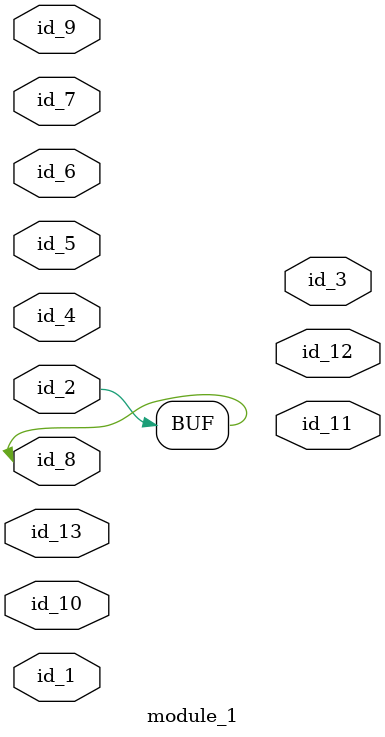
<source format=v>
module module_0 ();
  wire id_1;
endmodule
module module_1 (
    id_1,
    id_2,
    id_3,
    id_4,
    id_5,
    id_6,
    id_7,
    id_8,
    id_9,
    id_10,
    id_11,
    id_12,
    id_13
);
  input wire id_13;
  output wire id_12;
  output wire id_11;
  input wire id_10;
  input wire id_9;
  inout wire id_8;
  inout wire id_7;
  inout wire id_6;
  input wire id_5;
  inout wire id_4;
  output wire id_3;
  inout wire id_2;
  input wire id_1;
  wire id_14;
  assign id_2 = id_8;
  module_0 modCall_1 ();
  wire id_15;
  localparam id_16 = -1;
endmodule

</source>
